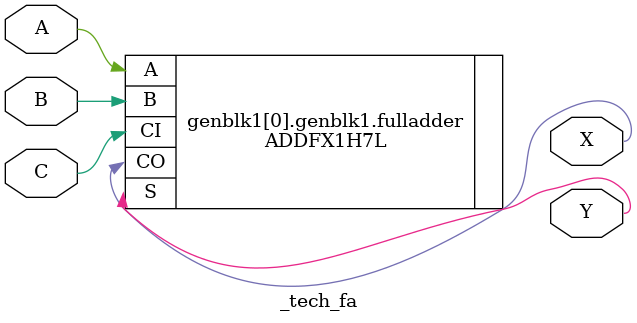
<source format=v>

(* techmap_celltype = "$fa" *)
module _tech_fa (A, B, C, X, Y);
  parameter WIDTH = 1;
  (* force_downto *)
    input [WIDTH-1 : 0] A, B, C;
  (* force_downto *)
    output [WIDTH-1 : 0] X, Y;
  
  parameter _TECHMAP_CONSTVAL_A_ = WIDTH'bx;
  parameter _TECHMAP_CONSTVAL_B_ = WIDTH'bx;
  parameter _TECHMAP_CONSTVAL_C_ = WIDTH'bx;
  
  genvar i;
  generate for (i = 0; i < WIDTH; i = i + 1) begin
      if (_TECHMAP_CONSTVAL_A_[i] === 1'b0 || _TECHMAP_CONSTVAL_B_[i] === 1'b0 || _TECHMAP_CONSTVAL_C_[i] === 1'b0) begin
        if (_TECHMAP_CONSTVAL_C_[i] === 1'b0) begin
          ADDHX1H7L halfadder_Cconst (
              .A(A[i]),
              .B(B[i]),
              .CO(X[i]), .S(Y[i])
            );
        end 
        else begin
          if (_TECHMAP_CONSTVAL_B_[i] === 1'b0) begin
            ADDHX1H7L halfadder_Bconst (
                .A(A[i]),
                .B(C[i]),
                .CO(X[i]), .S(Y[i])
              );
          end
          else begin
            ADDHX1H7L halfadder_Aconst (
                .A(B[i]),
                .B(C[i]),
                .CO(X[i]), .S(Y[i])
              );
          end
        end
      end
      else begin
        ADDFX1H7L fulladder (
            .A(A[i]), .B(B[i]), .CI(C[i]), .CO(X[i]), .S(Y[i])
          );
      end
    end endgenerate

endmodule

</source>
